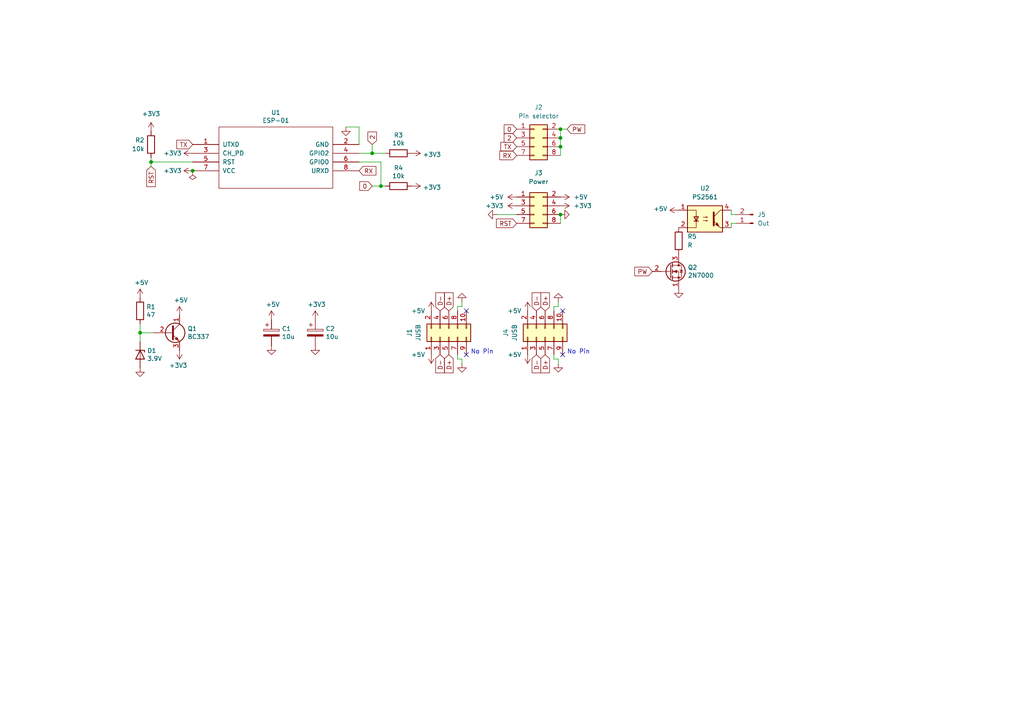
<source format=kicad_sch>
(kicad_sch (version 20211123) (generator eeschema)
  (paper "A4")
  (lib_symbols
    (symbol "Connector:Conn_01x02_Male" (pin_names (offset 1.016) hide)
      (property "Reference" "J" (at 0 2.54 0))
      (property "Value" "Conn_01x02_Male" (at 0 -5.08 0))
      (symbol "Conn_01x02_Male_1_1"
        (polyline (pts (xy 1.27 -2.54) (xy 0.8636 -2.54)) (stroke (width 0.1524)))
        (polyline (pts (xy 1.27 0) (xy 0.8636 0)) (stroke (width 0.1524)))
        (rectangle (start 0.8636 -2.413) (end 0 -2.667) (stroke (width 0.1524)) (fill (type outline)))
        (rectangle (start 0.8636 0.127) (end 0 -0.127) (stroke (width 0.1524)) (fill (type outline)))
        (pin passive line (at 5.08 0 180) (length 3.81) (name "Pin_1") (number "1"))
        (pin passive line (at 5.08 -2.54 180) (length 3.81) (name "Pin_2") (number "2"))
      )
    )
    (symbol "Connector_Generic:Conn_02x04_Odd_Even" (pin_names (offset 1.016) hide)
      (property "Reference" "J" (at 1.27 5.08 0))
      (property "Value" "Conn_02x04_Odd_Even" (at 1.27 -7.62 0))
      (symbol "Conn_02x04_Odd_Even_1_1"
        (rectangle (start -1.27 -4.953) (end 0 -5.207) (stroke (width 0.1524)))
        (rectangle (start -1.27 -2.413) (end 0 -2.667) (stroke (width 0.1524)))
        (rectangle (start -1.27 0.127) (end 0 -0.127) (stroke (width 0.1524)))
        (rectangle (start -1.27 2.667) (end 0 2.413) (stroke (width 0.1524)))
        (rectangle (start -1.27 3.81) (end 3.81 -6.35) (stroke (width 0.254)) (fill (type background)))
        (rectangle (start 3.81 -4.953) (end 2.54 -5.207) (stroke (width 0.1524)))
        (rectangle (start 3.81 -2.413) (end 2.54 -2.667) (stroke (width 0.1524)))
        (rectangle (start 3.81 0.127) (end 2.54 -0.127) (stroke (width 0.1524)))
        (rectangle (start 3.81 2.667) (end 2.54 2.413) (stroke (width 0.1524)))
        (pin passive line (at -5.08 2.54 0) (length 3.81) (name "Pin_1") (number "1"))
        (pin passive line (at 7.62 2.54 180) (length 3.81) (name "Pin_2") (number "2"))
        (pin passive line (at -5.08 0 0) (length 3.81) (name "Pin_3") (number "3"))
        (pin passive line (at 7.62 0 180) (length 3.81) (name "Pin_4") (number "4"))
        (pin passive line (at -5.08 -2.54 0) (length 3.81) (name "Pin_5") (number "5"))
        (pin passive line (at 7.62 -2.54 180) (length 3.81) (name "Pin_6") (number "6"))
        (pin passive line (at -5.08 -5.08 0) (length 3.81) (name "Pin_7") (number "7"))
        (pin passive line (at 7.62 -5.08 180) (length 3.81) (name "Pin_8") (number "8"))
      )
    )
    (symbol "Connector_Generic:Conn_02x05_Odd_Even" (pin_names (offset 1.016) hide)
      (property "Reference" "J" (at 1.27 7.62 0))
      (property "Value" "Conn_02x05_Odd_Even" (at 1.27 -7.62 0))
      (symbol "Conn_02x05_Odd_Even_1_1"
        (rectangle (start -1.27 -4.953) (end 0 -5.207) (stroke (width 0.1524)))
        (rectangle (start -1.27 -2.413) (end 0 -2.667) (stroke (width 0.1524)))
        (rectangle (start -1.27 0.127) (end 0 -0.127) (stroke (width 0.1524)))
        (rectangle (start -1.27 2.667) (end 0 2.413) (stroke (width 0.1524)))
        (rectangle (start -1.27 5.207) (end 0 4.953) (stroke (width 0.1524)))
        (rectangle (start -1.27 6.35) (end 3.81 -6.35) (stroke (width 0.254)) (fill (type background)))
        (rectangle (start 3.81 -4.953) (end 2.54 -5.207) (stroke (width 0.1524)))
        (rectangle (start 3.81 -2.413) (end 2.54 -2.667) (stroke (width 0.1524)))
        (rectangle (start 3.81 0.127) (end 2.54 -0.127) (stroke (width 0.1524)))
        (rectangle (start 3.81 2.667) (end 2.54 2.413) (stroke (width 0.1524)))
        (rectangle (start 3.81 5.207) (end 2.54 4.953) (stroke (width 0.1524)))
        (pin passive line (at -5.08 5.08 0) (length 3.81) (name "Pin_1") (number "1"))
        (pin passive line (at 7.62 -5.08 180) (length 3.81) (name "Pin_10") (number "10"))
        (pin passive line (at 7.62 5.08 180) (length 3.81) (name "Pin_2") (number "2"))
        (pin passive line (at -5.08 2.54 0) (length 3.81) (name "Pin_3") (number "3"))
        (pin passive line (at 7.62 2.54 180) (length 3.81) (name "Pin_4") (number "4"))
        (pin passive line (at -5.08 0 0) (length 3.81) (name "Pin_5") (number "5"))
        (pin passive line (at 7.62 0 180) (length 3.81) (name "Pin_6") (number "6"))
        (pin passive line (at -5.08 -2.54 0) (length 3.81) (name "Pin_7") (number "7"))
        (pin passive line (at 7.62 -2.54 180) (length 3.81) (name "Pin_8") (number "8"))
        (pin passive line (at -5.08 -5.08 0) (length 3.81) (name "Pin_9") (number "9"))
      )
    )
    (symbol "Device:CP" (pin_numbers hide) (pin_names (offset 0.254))
      (property "Reference" "C" (at 0.635 2.54 0))
      (property "Value" "Device_CP" (at 0.635 -2.54 0))
      (symbol "CP_0_1"
        (rectangle (start -2.286 0.508) (end 2.286 1.016))
        (polyline (pts (xy -1.778 2.286) (xy -0.762 2.286)))
        (polyline (pts (xy -1.27 2.794) (xy -1.27 1.778)))
        (rectangle (start 2.286 -0.508) (end -2.286 -1.016) (fill (type outline)))
      )
      (symbol "CP_1_1"
        (pin passive line (at 0 3.81 270) (length 2.794) (name "~") (number "1"))
        (pin passive line (at 0 -3.81 90) (length 2.794) (name "~") (number "2"))
      )
    )
    (symbol "Device:D_Zener" (pin_numbers hide) (pin_names (offset 1.016) hide)
      (property "Reference" "D" (at 0 2.54 0))
      (property "Value" "D_Zener" (at 0 -2.54 0))
      (symbol "D_Zener_0_1"
        (polyline (pts (xy 1.27 0) (xy -1.27 0)))
        (polyline (pts (xy -1.27 -1.27) (xy -1.27 1.27) (xy -0.762 1.27)) (stroke (width 0.254)))
        (polyline (pts (xy 1.27 -1.27) (xy 1.27 1.27) (xy -1.27 0) (xy 1.27 -1.27)) (stroke (width 0.254)))
      )
      (symbol "D_Zener_1_1"
        (pin passive line (at -3.81 0 0) (length 2.54) (name "K") (number "1"))
        (pin passive line (at 3.81 0 180) (length 2.54) (name "A") (number "2"))
      )
    )
    (symbol "Device:R" (pin_numbers hide) (pin_names (offset 0))
      (property "Reference" "R" (at 2.032 0 90))
      (property "Value" "R" (at 0 0 90))
      (symbol "R_0_1"
        (rectangle (start -1.016 -2.54) (end 1.016 2.54) (stroke (width 0.254)))
      )
      (symbol "R_1_1"
        (pin passive line (at 0 3.81 270) (length 1.27) (name "~") (number "1"))
        (pin passive line (at 0 -3.81 90) (length 1.27) (name "~") (number "2"))
      )
    )
    (symbol "Isolator:SFH617A-1" (pin_names (offset 1.016))
      (property "Reference" "U" (at -5.08 5.08 0))
      (property "Value" "SFH617A-1" (at 0 5.08 0))
      (symbol "SFH617A-1_0_1"
        (rectangle (start -5.08 3.81) (end 5.08 -3.81) (stroke (width 0.254)) (fill (type background)))
        (polyline (pts (xy -3.175 -0.635) (xy -1.905 -0.635)) (stroke (width 0.254)))
        (polyline (pts (xy 2.54 0.635) (xy 4.445 2.54)))
        (polyline (pts (xy 4.445 -2.54) (xy 2.54 -0.635)) (fill (type outline)))
        (polyline (pts (xy 4.445 -2.54) (xy 5.08 -2.54)))
        (polyline (pts (xy 4.445 2.54) (xy 5.08 2.54)))
        (polyline (pts (xy -2.54 -0.635) (xy -2.54 -2.54) (xy -5.08 -2.54)))
        (polyline (pts (xy 2.54 1.905) (xy 2.54 -1.905) (xy 2.54 -1.905)) (stroke (width 0.508)))
        (polyline (pts (xy -5.08 2.54) (xy -2.54 2.54) (xy -2.54 -1.27) (xy -2.54 0.635)))
        (polyline (pts (xy -2.54 -0.635) (xy -3.175 0.635) (xy -1.905 0.635) (xy -2.54 -0.635)) (stroke (width 0.254)))
        (polyline (pts (xy -0.508 -0.508) (xy 0.762 -0.508) (xy 0.381 -0.635) (xy 0.381 -0.381) (xy 0.762 -0.508)))
        (polyline (pts (xy -0.508 0.508) (xy 0.762 0.508) (xy 0.381 0.381) (xy 0.381 0.635) (xy 0.762 0.508)))
        (polyline (pts (xy 3.048 -1.651) (xy 3.556 -1.143) (xy 4.064 -2.159) (xy 3.048 -1.651) (xy 3.048 -1.651)) (fill (type outline)))
      )
      (symbol "SFH617A-1_1_1"
        (pin passive line (at -7.62 2.54 0) (length 2.54) (name "~") (number "1"))
        (pin passive line (at -7.62 -2.54 0) (length 2.54) (name "~") (number "2"))
        (pin passive line (at 7.62 -2.54 180) (length 2.54) (name "~") (number "3"))
        (pin passive line (at 7.62 2.54 180) (length 2.54) (name "~") (number "4"))
      )
    )
    (symbol "Transistor_BJT:BC337" (pin_names (offset 0) hide)
      (property "Reference" "Q" (at 5.08 1.905 0))
      (property "Value" "BC337" (at 5.08 0 0))
      (symbol "BC337_0_1"
        (polyline (pts (xy 0 0) (xy 0.635 0)))
        (polyline (pts (xy 0.635 0.635) (xy 2.54 2.54)))
        (polyline (pts (xy 0.635 -0.635) (xy 2.54 -2.54) (xy 2.54 -2.54)))
        (polyline (pts (xy 0.635 1.905) (xy 0.635 -1.905) (xy 0.635 -1.905)) (stroke (width 0.508)))
        (polyline (pts (xy 1.27 -1.778) (xy 1.778 -1.27) (xy 2.286 -2.286) (xy 1.27 -1.778) (xy 1.27 -1.778)) (fill (type outline)))
        (circle (center 1.27 0) (radius 2.8194) (stroke (width 0.254)))
      )
      (symbol "BC337_1_1"
        (pin passive line (at 2.54 5.08 270) (length 2.54) (name "C") (number "1"))
        (pin input line (at -5.08 0 0) (length 5.08) (name "B") (number "2"))
        (pin passive line (at 2.54 -5.08 90) (length 2.54) (name "E") (number "3"))
      )
    )
    (symbol "Transistor_FET:2N7000" (pin_names hide)
      (property "Reference" "Q" (at 5.08 1.905 0))
      (property "Value" "2N7000" (at 5.08 0 0))
      (symbol "2N7000_0_1"
        (polyline (pts (xy 0.254 0) (xy -2.54 0)))
        (polyline (pts (xy 0.254 1.905) (xy 0.254 -1.905)) (stroke (width 0.254)))
        (polyline (pts (xy 0.762 -1.27) (xy 0.762 -2.286)) (stroke (width 0.254)))
        (polyline (pts (xy 0.762 0.508) (xy 0.762 -0.508)) (stroke (width 0.254)))
        (polyline (pts (xy 0.762 2.286) (xy 0.762 1.27)) (stroke (width 0.254)))
        (polyline (pts (xy 2.54 2.54) (xy 2.54 1.778)))
        (polyline (pts (xy 2.54 -2.54) (xy 2.54 0) (xy 0.762 0)))
        (polyline (pts (xy 0.762 -1.778) (xy 3.302 -1.778) (xy 3.302 1.778) (xy 0.762 1.778)))
        (polyline (pts (xy 1.016 0) (xy 2.032 0.381) (xy 2.032 -0.381) (xy 1.016 0)) (fill (type outline)))
        (polyline (pts (xy 2.794 0.508) (xy 2.921 0.381) (xy 3.683 0.381) (xy 3.81 0.254)))
        (polyline (pts (xy 3.302 0.381) (xy 2.921 -0.254) (xy 3.683 -0.254) (xy 3.302 0.381)))
        (circle (center 1.651 0) (radius 2.794) (stroke (width 0.254)))
        (circle (center 2.54 -1.778) (radius 0.254) (fill (type outline)))
        (circle (center 2.54 1.778) (radius 0.254) (fill (type outline)))
      )
      (symbol "2N7000_1_1"
        (pin passive line (at 2.54 -5.08 90) (length 2.54) (name "S") (number "1"))
        (pin input line (at -5.08 0 0) (length 2.54) (name "G") (number "2"))
        (pin passive line (at 2.54 5.08 270) (length 2.54) (name "D") (number "3"))
      )
    )
    (symbol "kicad-ESP8266:ESP-01v090" (pin_names (offset 1.016))
      (property "Reference" "U" (at 0 -2.54 0))
      (property "Value" "ESP-01v090" (at 0 2.54 0))
      (symbol "ESP-01v090_1_0"
        (rectangle (start -16.51 -8.89) (end 16.51 8.89))
      )
      (symbol "ESP-01v090_1_1"
        (pin output line (at -24.13 3.81 0) (length 7.62) (name "UTXD") (number "1"))
        (pin power_in line (at 24.13 3.81 180) (length 7.62) (name "GND") (number "2"))
        (pin input line (at -24.13 1.27 0) (length 7.62) (name "CH_PD") (number "3"))
        (pin tri_state line (at 24.13 1.27 180) (length 7.62) (name "GPIO2") (number "4"))
        (pin input line (at -24.13 -1.27 0) (length 7.62) (name "RST") (number "5"))
        (pin tri_state line (at 24.13 -1.27 180) (length 7.62) (name "GPIO0") (number "6"))
        (pin power_in line (at -24.13 -3.81 0) (length 7.62) (name "VCC") (number "7"))
        (pin input line (at 24.13 -3.81 180) (length 7.62) (name "URXD") (number "8"))
      )
    )
    (symbol "power:+3.3V" (power) (pin_names (offset 0))
      (property "Value" "+3.3V" (at 0 3.556 0))
      (symbol "+3.3V_0_1"
        (polyline (pts (xy -0.762 1.27) (xy 0 2.54)))
        (polyline (pts (xy 0 0) (xy 0 2.54)))
        (polyline (pts (xy 0 2.54) (xy 0.762 1.27)))
      )
      (symbol "+3.3V_1_1"
        (pin power_in line (at 0 0 90) (length 0) hide (name "+3V3") (number "1"))
      )
    )
    (symbol "power:+5V" (power) (pin_names (offset 0))
      (property "Value" "+5V" (at 0 3.556 0))
      (symbol "+5V_0_1"
        (polyline (pts (xy -0.762 1.27) (xy 0 2.54)))
        (polyline (pts (xy 0 0) (xy 0 2.54)))
        (polyline (pts (xy 0 2.54) (xy 0.762 1.27)))
      )
      (symbol "+5V_1_1"
        (pin power_in line (at 0 0 90) (length 0) hide (name "+5V") (number "1"))
      )
    )
    (symbol "power:GND" (power) (pin_names (offset 0))
      (property "Value" "GND" (at 0 -3.81 0))
      (symbol "GND_0_1"
        (polyline (pts (xy 0 0) (xy 0 -1.27) (xy 1.27 -1.27) (xy 0 -2.54) (xy -1.27 -1.27) (xy 0 -1.27)))
      )
      (symbol "GND_1_1"
        (pin power_in line (at 0 0 270) (length 0) hide (name "GND") (number "1"))
      )
    )
    (symbol "power:PWR_FLAG" (power) (pin_numbers hide) (pin_names (offset 0) hide)
      (property "Value" "PWR_FLAG" (at 0 3.81 0))
      (symbol "PWR_FLAG_0_0"
        (pin power_out line (at 0 0 90) (length 0) (name "pwr") (number "1"))
      )
      (symbol "PWR_FLAG_0_1"
        (polyline (pts (xy 0 0) (xy 0 1.27) (xy -1.016 1.905) (xy 0 2.54) (xy 1.016 1.905) (xy 0 1.27)))
      )
    )
  )
  (junction (at 40.64 96.52))
  (junction (at 55.88 49.53))
  (junction (at 162.56 40.005))
  (junction (at 162.56 42.545))
  (junction (at 43.815 46.99))
  (junction (at 110.49 53.975))
  (junction (at 162.56 37.465))
  (junction (at 107.95 44.45))
  (junction (at 162.56 62.23))
  (no_connect (at 135.255 102.87))
  (no_connect (at 163.195 102.87))
  (no_connect (at 163.195 90.17))
  (no_connect (at 135.255 90.17))
  (wire (pts (xy 133.985 88.9) (xy 132.715 88.9)))
  (wire (pts (xy 40.64 99.06) (xy 40.64 96.52)))
  (wire (pts (xy 107.95 53.975) (xy 110.49 53.975)))
  (wire (pts (xy 212.09 62.23) (xy 213.36 62.23)))
  (wire (pts (xy 132.715 104.14) (xy 133.985 104.14)))
  (wire (pts (xy 43.815 45.72) (xy 43.815 46.99)))
  (wire (pts (xy 132.715 88.9) (xy 132.715 90.17)))
  (wire (pts (xy 107.95 41.91) (xy 107.95 44.45)))
  (wire (pts (xy 43.815 46.99) (xy 43.815 48.26)))
  (wire (pts (xy 132.715 102.87) (xy 132.715 104.14)))
  (wire (pts (xy 213.36 64.77) (xy 212.09 64.77)))
  (wire (pts (xy 160.655 102.87) (xy 160.655 104.14)))
  (wire (pts (xy 161.925 87.63) (xy 161.925 88.9)))
  (wire (pts (xy 133.985 87.63) (xy 133.985 88.9)))
  (wire (pts (xy 162.56 37.465) (xy 162.56 40.005)))
  (wire (pts (xy 162.56 42.545) (xy 162.56 45.085)))
  (wire (pts (xy 212.09 60.96) (xy 212.09 62.23)))
  (wire (pts (xy 110.49 46.99) (xy 104.14 46.99)))
  (wire (pts (xy 161.925 104.14) (xy 161.925 105.41)))
  (wire (pts (xy 104.14 44.45) (xy 107.95 44.45)))
  (wire (pts (xy 162.56 40.005) (xy 162.56 42.545)))
  (wire (pts (xy 100.33 36.83) (xy 104.14 36.83)))
  (wire (pts (xy 162.56 62.23) (xy 162.56 64.77)))
  (wire (pts (xy 212.09 64.77) (xy 212.09 66.04)))
  (wire (pts (xy 160.655 88.9) (xy 160.655 90.17)))
  (wire (pts (xy 162.56 37.465) (xy 164.465 37.465)))
  (wire (pts (xy 110.49 53.975) (xy 110.49 46.99)))
  (wire (pts (xy 110.49 53.975) (xy 111.76 53.975)))
  (wire (pts (xy 133.985 104.14) (xy 133.985 105.41)))
  (wire (pts (xy 40.64 96.52) (xy 44.45 96.52)))
  (wire (pts (xy 43.815 46.99) (xy 55.88 46.99)))
  (wire (pts (xy 160.655 104.14) (xy 161.925 104.14)))
  (wire (pts (xy 104.14 36.83) (xy 104.14 41.91)))
  (wire (pts (xy 161.925 88.9) (xy 160.655 88.9)))
  (wire (pts (xy 144.145 62.23) (xy 149.86 62.23)))
  (wire (pts (xy 40.64 96.52) (xy 40.64 93.98)))
  (wire (pts (xy 107.95 44.45) (xy 111.76 44.45)))
  (text "No Pin" (at 164.465 102.87 0) (effects (font (size 1.27 1.27)) (justify left bottom)))
  (text "No Pin" (at 136.525 102.87 0) (effects (font (size 1.27 1.27)) (justify left bottom)))
  (global_label "TX" (shape input) (at 55.88 41.91 180) (property "Intersheet References" "${INTERSHEET_REFS}" (effects hide)))
  (global_label "RST" (shape input) (at 43.815 48.26 270) (property "Intersheet References" "${INTERSHEET_REFS}" (effects hide)))
  (global_label "D+" (shape input) (at 130.175 102.87 270) (property "Intersheet References" "${INTERSHEET_REFS}" (effects hide)))
  (global_label "0" (shape input) (at 107.95 53.975 180) (property "Intersheet References" "${INTERSHEET_REFS}" (effects hide)))
  (global_label "PW" (shape input) (at 189.23 78.74 180) (property "Intersheet References" "${INTERSHEET_REFS}" (effects hide)))
  (global_label "PW" (shape input) (at 164.465 37.465 0) (property "Intersheet References" "${INTERSHEET_REFS}" (effects hide)))
  (global_label "D-" (shape input) (at 155.575 102.87 270) (property "Intersheet References" "${INTERSHEET_REFS}" (effects hide)))
  (global_label "RST" (shape input) (at 149.86 64.77 180) (property "Intersheet References" "${INTERSHEET_REFS}" (effects hide)))
  (global_label "D+" (shape input) (at 130.175 90.17 90) (property "Intersheet References" "${INTERSHEET_REFS}" (effects hide)))
  (global_label "D-" (shape input) (at 127.635 102.87 270) (property "Intersheet References" "${INTERSHEET_REFS}" (effects hide)))
  (global_label "2" (shape input) (at 149.86 40.005 180) (property "Intersheet References" "${INTERSHEET_REFS}" (effects hide)))
  (global_label "D+" (shape input) (at 158.115 90.17 90) (property "Intersheet References" "${INTERSHEET_REFS}" (effects hide)))
  (global_label "D-" (shape input) (at 127.635 90.17 90) (property "Intersheet References" "${INTERSHEET_REFS}" (effects hide)))
  (global_label "RX" (shape input) (at 104.14 49.53 0) (property "Intersheet References" "${INTERSHEET_REFS}" (effects hide)))
  (global_label "D-" (shape input) (at 155.575 90.17 90) (property "Intersheet References" "${INTERSHEET_REFS}" (effects hide)))
  (global_label "D+" (shape input) (at 158.115 102.87 270) (property "Intersheet References" "${INTERSHEET_REFS}" (effects hide)))
  (global_label "0" (shape input) (at 149.86 37.465 180) (property "Intersheet References" "${INTERSHEET_REFS}" (effects hide)))
  (global_label "RX" (shape input) (at 149.86 45.085 180) (property "Intersheet References" "${INTERSHEET_REFS}" (effects hide)))
  (global_label "TX" (shape input) (at 149.86 42.545 180) (property "Intersheet References" "${INTERSHEET_REFS}" (effects hide)))
  (global_label "2" (shape input) (at 107.95 41.91 90) (property "Intersheet References" "${INTERSHEET_REFS}" (effects hide)))
  (symbol (lib_id "power:+3.3V") (at 55.88 44.45 90) (unit 1)
    (property "Reference" "#PWR06" (effects hide))
    (property "Value" "+3.3V" (at 52.705 44.45 90) (effects (justify left)))
  )
  (symbol (lib_id "power:+5V") (at 78.74 92.71 0) (unit 1)
    (property "Reference" "#PWR08" (effects hide))
    (property "Value" "+5V" (at 79.121 88.3158 0))
  )
  (symbol (lib_id "Device:R") (at 115.57 53.975 270) (unit 1)
    (property "Reference" "R4" (at 115.57 48.7172 90))
    (property "Value" "10k" (at 115.57 51.0286 90))
    (property "Footprint" "Resistor_THT:R_Axial_DIN0207_L6.3mm_D2.5mm_P7.62mm_Horizontal" (effects hide))
  )
  (symbol (lib_id "power:+3.3V") (at 162.56 59.69 270) (unit 1)
    (property "Reference" "#PWR027" (effects hide))
    (property "Value" "+3.3V" (at 166.37 59.6901 90) (effects (justify left)))
  )
  (symbol (lib_id "Transistor_FET:2N7000") (at 194.31 78.74 0) (unit 1)
    (property "Reference" "Q2" (at 199.4916 77.5716 0) (effects (justify left)))
    (property "Value" "2N7000" (at 199.4916 79.883 0) (effects (justify left)))
    (property "Footprint" "Package_TO_SOT_THT:TO-92_Inline" (effects hide))
    (property "Datasheet" "https://www.onsemi.com/pub/Collateral/NDS7002A-D.PDF" (effects hide))
  )
  (symbol (lib_id "Device:R") (at 115.57 44.45 270) (unit 1)
    (property "Reference" "R3" (at 115.57 39.1922 90))
    (property "Value" "10k" (at 115.57 41.5036 90))
    (property "Footprint" "Resistor_THT:R_Axial_DIN0207_L6.3mm_D2.5mm_P7.62mm_Horizontal" (effects hide))
  )
  (symbol (lib_id "power:GND") (at 78.74 100.33 0) (unit 1)
    (property "Reference" "#PWR09" (effects hide))
    (property "Value" "GND" (effects hide))
  )
  (symbol (lib_id "Connector_Generic:Conn_02x05_Odd_Even") (at 158.115 97.79 90) (unit 1)
    (property "Reference" "J4" (at 146.685 96.52 0))
    (property "Value" "JUSB" (at 149.225 96.52 0))
    (property "Footprint" "Connector_PinHeader_2.54mm:PinHeader_2x05_P2.54mm_Vertical" (effects hide))
  )
  (symbol (lib_id "power:GND") (at 133.985 87.63 180) (unit 1)
    (property "Reference" "#PWR017" (effects hide))
    (property "Value" "GND" (effects hide))
  )
  (symbol (lib_id "power:GND") (at 144.145 62.23 270) (unit 1)
    (property "Reference" "#PWR019" (effects hide))
    (property "Value" "GND" (effects hide))
  )
  (symbol (lib_id "power:PWR_FLAG") (at 55.88 49.53 180) (unit 1)
    (property "Reference" "#FLG01" (effects hide))
    (property "Value" "PWR_FLAG" (effects hide))
  )
  (symbol (lib_id "power:+5V") (at 153.035 102.87 180) (unit 1)
    (property "Reference" "#PWR023" (effects hide))
    (property "Value" "+5V" (at 149.225 102.87 0))
  )
  (symbol (lib_id "power:+5V") (at 196.85 60.96 90) (unit 1)
    (property "Reference" "#PWR029" (effects hide))
    (property "Value" "+5V" (at 193.5988 60.579 90) (effects (justify left)))
  )
  (symbol (lib_id "power:+5V") (at 52.07 91.44 0) (unit 1)
    (property "Reference" "#PWR04" (effects hide))
    (property "Value" "+5V" (at 52.451 87.0458 0))
  )
  (symbol (lib_id "power:GND") (at 91.44 100.33 0) (unit 1)
    (property "Reference" "#PWR011" (effects hide))
    (property "Value" "GND" (effects hide))
  )
  (symbol (lib_id "power:+5V") (at 125.095 102.87 180) (unit 1)
    (property "Reference" "#PWR016" (effects hide))
    (property "Value" "+5V" (at 121.285 102.87 0))
  )
  (symbol (lib_id "Connector_Generic:Conn_02x04_Odd_Even") (at 154.94 59.69 0) (unit 1)
    (property "Reference" "J3" (at 156.21 50.165 0))
    (property "Value" "Power" (at 156.21 52.705 0))
    (property "Footprint" "Connector_PinHeader_2.54mm:PinHeader_2x04_P2.54mm_Vertical" (effects hide))
  )
  (symbol (lib_id "power:GND") (at 161.925 105.41 0) (unit 1)
    (property "Reference" "#PWR025" (effects hide))
    (property "Value" "GND" (effects hide))
  )
  (symbol (lib_id "power:GND") (at 133.985 105.41 0) (unit 1)
    (property "Reference" "#PWR018" (effects hide))
    (property "Value" "GND" (effects hide))
  )
  (symbol (lib_id "Device:R") (at 196.85 69.85 0) (unit 1)
    (property "Reference" "R5" (at 199.39 68.5799 0) (effects (justify left)))
    (property "Value" "R" (at 199.39 71.1199 0) (effects (justify left)))
    (property "Footprint" "Resistor_THT:R_Axial_DIN0207_L6.3mm_D2.5mm_P7.62mm_Horizontal" (effects hide))
  )
  (symbol (lib_id "power:GND") (at 162.56 62.23 90) (unit 1)
    (property "Reference" "#PWR028" (effects hide))
    (property "Value" "GND" (effects hide))
  )
  (symbol (lib_id "power:+5V") (at 149.86 57.15 90) (unit 1)
    (property "Reference" "#PWR020" (effects hide))
    (property "Value" "+5V" (at 146.05 57.1499 90) (effects (justify left)))
  )
  (symbol (lib_id "power:+3.3V") (at 149.86 59.69 90) (unit 1)
    (property "Reference" "#PWR021" (effects hide))
    (property "Value" "+3.3V" (at 146.05 59.6899 90) (effects (justify left)))
  )
  (symbol (lib_id "Connector_Generic:Conn_02x05_Odd_Even") (at 130.175 97.79 90) (unit 1)
    (property "Reference" "J1" (at 118.745 96.52 0))
    (property "Value" "JUSB" (at 121.285 96.52 0))
    (property "Footprint" "Connector_PinHeader_2.54mm:PinHeader_2x05_P2.54mm_Vertical" (effects hide))
  )
  (symbol (lib_id "power:+5V") (at 40.64 86.36 0) (unit 1)
    (property "Reference" "#PWR01" (effects hide))
    (property "Value" "+5V" (at 41.021 81.9658 0))
  )
  (symbol (lib_id "Transistor_BJT:BC337") (at 49.53 96.52 0) (unit 1)
    (property "Reference" "Q1" (at 54.3814 95.3516 0) (effects (justify left)))
    (property "Value" "BC337" (at 54.3814 97.663 0) (effects (justify left)))
    (property "Footprint" "Package_TO_SOT_THT:TO-92_Inline" (effects hide))
    (property "Datasheet" "https://diotec.com/tl_files/diotec/files/pdf/datasheets/bc337.pdf" (effects hide))
  )
  (symbol (lib_id "power:+5V") (at 153.035 90.17 0) (unit 1)
    (property "Reference" "#PWR022" (effects hide))
    (property "Value" "+5V" (at 149.225 90.17 0))
  )
  (symbol (lib_id "Device:R") (at 40.64 90.17 0) (unit 1)
    (property "Reference" "R1" (at 42.418 89.0016 0) (effects (justify left)))
    (property "Value" "47" (at 42.418 91.313 0) (effects (justify left)))
    (property "Footprint" "Resistor_THT:R_Axial_DIN0207_L6.3mm_D2.5mm_P7.62mm_Horizontal" (effects hide))
  )
  (symbol (lib_id "power:+3.3V") (at 91.44 92.71 0) (unit 1)
    (property "Reference" "#PWR010" (effects hide))
    (property "Value" "+3.3V" (at 91.821 88.3158 0))
  )
  (symbol (lib_id "power:GND") (at 40.64 106.68 0) (unit 1)
    (property "Reference" "#PWR02" (effects hide))
    (property "Value" "GND" (effects hide))
  )
  (symbol (lib_id "power:+3.3V") (at 55.88 49.53 90) (unit 1)
    (property "Reference" "#PWR07" (effects hide))
    (property "Value" "+3.3V" (at 52.705 49.53 90) (effects (justify left)))
  )
  (symbol (lib_id "power:+3.3V") (at 52.07 101.6 180) (unit 1)
    (property "Reference" "#PWR05" (effects hide))
    (property "Value" "+3.3V" (at 51.689 105.9942 0))
  )
  (symbol (lib_id "power:+3.3V") (at 43.815 38.1 0) (unit 1)
    (property "Reference" "#PWR03" (effects hide))
    (property "Value" "+3.3V" (at 43.815 33.02 0))
  )
  (symbol (lib_id "power:+3.3V") (at 119.38 53.975 270) (unit 1)
    (property "Reference" "#PWR014" (effects hide))
    (property "Value" "+3.3V" (at 122.6312 54.356 90) (effects (justify left)))
  )
  (symbol (lib_id "Device:R") (at 43.815 41.91 0) (mirror y) (unit 1)
    (property "Reference" "R2" (at 41.91 40.6399 0) (effects (justify left)))
    (property "Value" "10k" (at 41.91 43.1799 0) (effects (justify left)))
    (property "Footprint" "Resistor_THT:R_Axial_DIN0207_L6.3mm_D2.5mm_P7.62mm_Horizontal" (effects hide))
  )
  (symbol (lib_id "Device:CP") (at 91.44 96.52 0) (unit 1)
    (property "Reference" "C2" (at 94.4372 95.3516 0) (effects (justify left)))
    (property "Value" "10u" (at 94.4372 97.663 0) (effects (justify left)))
    (property "Footprint" "Capacitor_THT:CP_Radial_D4.0mm_P1.50mm" (effects hide))
  )
  (symbol (lib_id "power:+5V") (at 125.095 90.17 0) (unit 1)
    (property "Reference" "#PWR015" (effects hide))
    (property "Value" "+5V" (at 121.285 90.17 0))
  )
  (symbol (lib_id "power:GND") (at 100.33 36.83 0) (unit 1)
    (property "Reference" "#PWR012" (effects hide))
    (property "Value" "GND" (effects hide))
  )
  (symbol (lib_id "Connector:Conn_01x02_Male") (at 218.44 64.77 180) (unit 1)
    (property "Reference" "J5" (at 219.71 62.2299 0) (effects (justify right)))
    (property "Value" "Out" (at 219.71 64.7699 0) (effects (justify right)))
    (property "Footprint" "Connector_PinHeader_2.54mm:PinHeader_1x02_P2.54mm_Horizontal" (effects hide))
  )
  (symbol (lib_id "power:+3.3V") (at 119.38 44.45 270) (unit 1)
    (property "Reference" "#PWR013" (effects hide))
    (property "Value" "+3.3V" (at 122.6312 44.831 90) (effects (justify left)))
  )
  (symbol (lib_id "power:+5V") (at 162.56 57.15 270) (unit 1)
    (property "Reference" "#PWR026" (effects hide))
    (property "Value" "+5V" (at 166.37 57.1501 90) (effects (justify left)))
  )
  (symbol (lib_id "power:GND") (at 196.85 83.82 0) (unit 1)
    (property "Reference" "#PWR030" (effects hide))
    (property "Value" "GND" (effects hide))
  )
  (symbol (lib_id "kicad-ESP8266:ESP-01v090") (at 80.01 45.72 0) (unit 1)
    (property "Reference" "U1" (at 80.01 32.639 0))
    (property "Value" "ESP-01" (at 80.01 34.9504 0))
    (property "Footprint" "kicad-ESP8266:ESP-01" (effects hide))
    (property "Datasheet" "http://l0l.org.uk/2014/12/esp8266-modules-hardware-guide-gotta-catch-em-all/" (effects hide))
  )
  (symbol (lib_id "Connector_Generic:Conn_02x04_Odd_Even") (at 154.94 40.005 0) (unit 1)
    (property "Reference" "J2" (at 156.21 31.115 0))
    (property "Value" "Pin selector" (at 156.21 33.655 0))
    (property "Footprint" "Connector_PinHeader_2.54mm:PinHeader_2x04_P2.54mm_Vertical" (effects hide))
  )
  (symbol (lib_id "Isolator:SFH617A-1") (at 204.47 63.5 0) (unit 1)
    (property "Reference" "U2" (at 204.47 54.61 0))
    (property "Value" "PS2561" (at 204.47 57.15 0))
    (property "Footprint" "Package_DIP:DIP-4_W10.16mm" (effects hide))
    (property "Datasheet" "http://www.vishay.com/docs/83740/sfh617a.pdf" (effects hide))
  )
  (symbol (lib_id "power:GND") (at 161.925 87.63 180) (unit 1)
    (property "Reference" "#PWR024" (effects hide))
    (property "Value" "GND" (effects hide))
  )
  (symbol (lib_id "Device:D_Zener") (at 40.64 102.87 270) (unit 1)
    (property "Reference" "D1" (at 42.672 101.7016 90) (effects (justify left)))
    (property "Value" "3.9V" (at 42.672 104.013 90) (effects (justify left)))
    (property "Footprint" "Diode_THT:D_DO-41_SOD81_P7.62mm_Horizontal" (effects hide))
  )
  (symbol (lib_id "Device:CP") (at 78.74 96.52 0) (unit 1)
    (property "Reference" "C1" (at 81.7372 95.3516 0) (effects (justify left)))
    (property "Value" "10u" (at 81.7372 97.663 0) (effects (justify left)))
    (property "Footprint" "Capacitor_THT:CP_Radial_D4.0mm_P1.50mm" (effects hide))
  )
)
</source>
